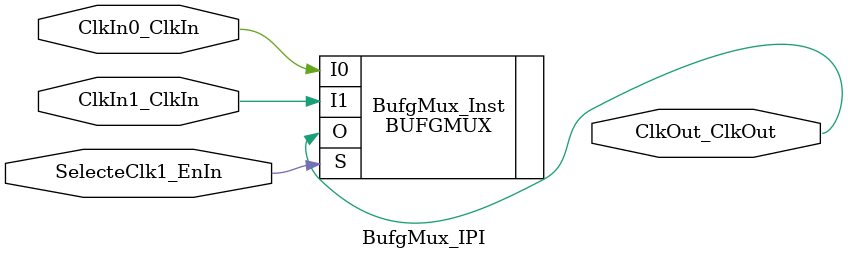
<source format=v>


module BufgMux_IPI(
input wire ClkIn0_ClkIn,
input wire ClkIn1_ClkIn,
input wire SelecteClk1_EnIn,
output wire ClkOut_ClkOut
);

  BUFGMUX #(.CLK_SEL_TYPE("ASYNC"))
  BufgMux_Inst(
    .O(ClkOut_ClkOut),
    .I0(ClkIn0_ClkIn),
    .I1(ClkIn1_ClkIn),
    .S(SelecteClk1_EnIn));

endmodule

</source>
